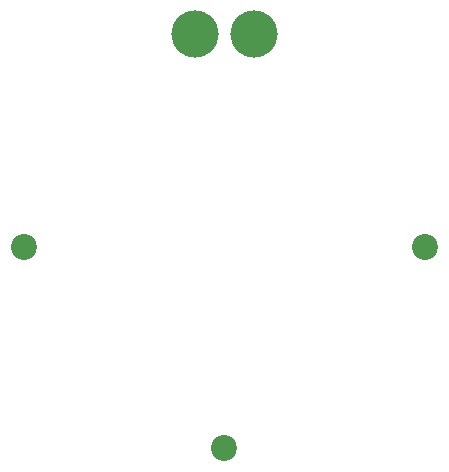
<source format=gbs>
%TF.GenerationSoftware,KiCad,Pcbnew,(6.0.9)*%
%TF.CreationDate,2023-02-03T11:18:55+01:00*%
%TF.ProjectId,SamsungLedBoard,53616d73-756e-4674-9c65-64426f617264,rev?*%
%TF.SameCoordinates,Original*%
%TF.FileFunction,Soldermask,Bot*%
%TF.FilePolarity,Negative*%
%FSLAX46Y46*%
G04 Gerber Fmt 4.6, Leading zero omitted, Abs format (unit mm)*
G04 Created by KiCad (PCBNEW (6.0.9)) date 2023-02-03 11:18:55*
%MOMM*%
%LPD*%
G01*
G04 APERTURE LIST*
%ADD10C,2.200000*%
%ADD11C,4.000000*%
G04 APERTURE END LIST*
D10*
%TO.C,REF\u002A\u002A*%
X150000000Y-117000000D03*
%TD*%
%TO.C,REF\u002A\u002A*%
X133000000Y-100000000D03*
%TD*%
%TO.C,REF\u002A\u002A*%
X167000000Y-100000000D03*
%TD*%
D11*
%TO.C,J1*%
X152500000Y-82000000D03*
X147500000Y-82000000D03*
%TD*%
M02*

</source>
